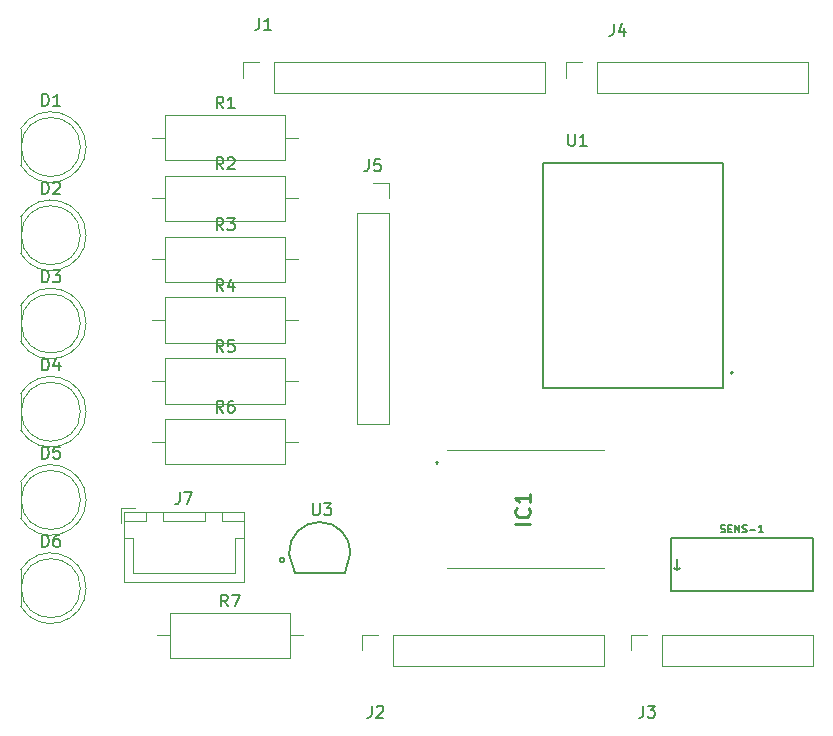
<source format=gbr>
%TF.GenerationSoftware,KiCad,Pcbnew,8.0.8*%
%TF.CreationDate,2025-03-13T01:40:52-06:00*%
%TF.ProjectId,Ballon Project,42616c6c-6f6e-4205-9072-6f6a6563742e,rev?*%
%TF.SameCoordinates,Original*%
%TF.FileFunction,Legend,Top*%
%TF.FilePolarity,Positive*%
%FSLAX46Y46*%
G04 Gerber Fmt 4.6, Leading zero omitted, Abs format (unit mm)*
G04 Created by KiCad (PCBNEW 8.0.8) date 2025-03-13 01:40:52*
%MOMM*%
%LPD*%
G01*
G04 APERTURE LIST*
%ADD10C,0.150000*%
%ADD11C,0.254000*%
%ADD12C,0.120000*%
%ADD13C,0.200000*%
%ADD14C,0.100000*%
%ADD15C,0.127000*%
G04 APERTURE END LIST*
D10*
X136886666Y-55724819D02*
X136886666Y-56439104D01*
X136886666Y-56439104D02*
X136839047Y-56581961D01*
X136839047Y-56581961D02*
X136743809Y-56677200D01*
X136743809Y-56677200D02*
X136600952Y-56724819D01*
X136600952Y-56724819D02*
X136505714Y-56724819D01*
X137791428Y-56058152D02*
X137791428Y-56724819D01*
X137553333Y-55677200D02*
X137315238Y-56391485D01*
X137315238Y-56391485D02*
X137934285Y-56391485D01*
D11*
X129814318Y-98049762D02*
X128544318Y-98049762D01*
X129693365Y-96719285D02*
X129753842Y-96779761D01*
X129753842Y-96779761D02*
X129814318Y-96961190D01*
X129814318Y-96961190D02*
X129814318Y-97082142D01*
X129814318Y-97082142D02*
X129753842Y-97263571D01*
X129753842Y-97263571D02*
X129632889Y-97384523D01*
X129632889Y-97384523D02*
X129511937Y-97445000D01*
X129511937Y-97445000D02*
X129270032Y-97505476D01*
X129270032Y-97505476D02*
X129088603Y-97505476D01*
X129088603Y-97505476D02*
X128846699Y-97445000D01*
X128846699Y-97445000D02*
X128725746Y-97384523D01*
X128725746Y-97384523D02*
X128604794Y-97263571D01*
X128604794Y-97263571D02*
X128544318Y-97082142D01*
X128544318Y-97082142D02*
X128544318Y-96961190D01*
X128544318Y-96961190D02*
X128604794Y-96779761D01*
X128604794Y-96779761D02*
X128665270Y-96719285D01*
X129814318Y-95509761D02*
X129814318Y-96235476D01*
X129814318Y-95872619D02*
X128544318Y-95872619D01*
X128544318Y-95872619D02*
X128725746Y-95993571D01*
X128725746Y-95993571D02*
X128846699Y-96114523D01*
X128846699Y-96114523D02*
X128907175Y-96235476D01*
D10*
X103833333Y-62884819D02*
X103500000Y-62408628D01*
X103261905Y-62884819D02*
X103261905Y-61884819D01*
X103261905Y-61884819D02*
X103642857Y-61884819D01*
X103642857Y-61884819D02*
X103738095Y-61932438D01*
X103738095Y-61932438D02*
X103785714Y-61980057D01*
X103785714Y-61980057D02*
X103833333Y-62075295D01*
X103833333Y-62075295D02*
X103833333Y-62218152D01*
X103833333Y-62218152D02*
X103785714Y-62313390D01*
X103785714Y-62313390D02*
X103738095Y-62361009D01*
X103738095Y-62361009D02*
X103642857Y-62408628D01*
X103642857Y-62408628D02*
X103261905Y-62408628D01*
X104785714Y-62884819D02*
X104214286Y-62884819D01*
X104500000Y-62884819D02*
X104500000Y-61884819D01*
X104500000Y-61884819D02*
X104404762Y-62027676D01*
X104404762Y-62027676D02*
X104309524Y-62122914D01*
X104309524Y-62122914D02*
X104214286Y-62170533D01*
X88491905Y-85054819D02*
X88491905Y-84054819D01*
X88491905Y-84054819D02*
X88730000Y-84054819D01*
X88730000Y-84054819D02*
X88872857Y-84102438D01*
X88872857Y-84102438D02*
X88968095Y-84197676D01*
X88968095Y-84197676D02*
X89015714Y-84292914D01*
X89015714Y-84292914D02*
X89063333Y-84483390D01*
X89063333Y-84483390D02*
X89063333Y-84626247D01*
X89063333Y-84626247D02*
X89015714Y-84816723D01*
X89015714Y-84816723D02*
X88968095Y-84911961D01*
X88968095Y-84911961D02*
X88872857Y-85007200D01*
X88872857Y-85007200D02*
X88730000Y-85054819D01*
X88730000Y-85054819D02*
X88491905Y-85054819D01*
X89920476Y-84388152D02*
X89920476Y-85054819D01*
X89682381Y-84007200D02*
X89444286Y-84721485D01*
X89444286Y-84721485D02*
X90063333Y-84721485D01*
X103833333Y-88634819D02*
X103500000Y-88158628D01*
X103261905Y-88634819D02*
X103261905Y-87634819D01*
X103261905Y-87634819D02*
X103642857Y-87634819D01*
X103642857Y-87634819D02*
X103738095Y-87682438D01*
X103738095Y-87682438D02*
X103785714Y-87730057D01*
X103785714Y-87730057D02*
X103833333Y-87825295D01*
X103833333Y-87825295D02*
X103833333Y-87968152D01*
X103833333Y-87968152D02*
X103785714Y-88063390D01*
X103785714Y-88063390D02*
X103738095Y-88111009D01*
X103738095Y-88111009D02*
X103642857Y-88158628D01*
X103642857Y-88158628D02*
X103261905Y-88158628D01*
X104690476Y-87634819D02*
X104500000Y-87634819D01*
X104500000Y-87634819D02*
X104404762Y-87682438D01*
X104404762Y-87682438D02*
X104357143Y-87730057D01*
X104357143Y-87730057D02*
X104261905Y-87872914D01*
X104261905Y-87872914D02*
X104214286Y-88063390D01*
X104214286Y-88063390D02*
X104214286Y-88444342D01*
X104214286Y-88444342D02*
X104261905Y-88539580D01*
X104261905Y-88539580D02*
X104309524Y-88587200D01*
X104309524Y-88587200D02*
X104404762Y-88634819D01*
X104404762Y-88634819D02*
X104595238Y-88634819D01*
X104595238Y-88634819D02*
X104690476Y-88587200D01*
X104690476Y-88587200D02*
X104738095Y-88539580D01*
X104738095Y-88539580D02*
X104785714Y-88444342D01*
X104785714Y-88444342D02*
X104785714Y-88206247D01*
X104785714Y-88206247D02*
X104738095Y-88111009D01*
X104738095Y-88111009D02*
X104690476Y-88063390D01*
X104690476Y-88063390D02*
X104595238Y-88015771D01*
X104595238Y-88015771D02*
X104404762Y-88015771D01*
X104404762Y-88015771D02*
X104309524Y-88063390D01*
X104309524Y-88063390D02*
X104261905Y-88111009D01*
X104261905Y-88111009D02*
X104214286Y-88206247D01*
X103833333Y-73184819D02*
X103500000Y-72708628D01*
X103261905Y-73184819D02*
X103261905Y-72184819D01*
X103261905Y-72184819D02*
X103642857Y-72184819D01*
X103642857Y-72184819D02*
X103738095Y-72232438D01*
X103738095Y-72232438D02*
X103785714Y-72280057D01*
X103785714Y-72280057D02*
X103833333Y-72375295D01*
X103833333Y-72375295D02*
X103833333Y-72518152D01*
X103833333Y-72518152D02*
X103785714Y-72613390D01*
X103785714Y-72613390D02*
X103738095Y-72661009D01*
X103738095Y-72661009D02*
X103642857Y-72708628D01*
X103642857Y-72708628D02*
X103261905Y-72708628D01*
X104166667Y-72184819D02*
X104785714Y-72184819D01*
X104785714Y-72184819D02*
X104452381Y-72565771D01*
X104452381Y-72565771D02*
X104595238Y-72565771D01*
X104595238Y-72565771D02*
X104690476Y-72613390D01*
X104690476Y-72613390D02*
X104738095Y-72661009D01*
X104738095Y-72661009D02*
X104785714Y-72756247D01*
X104785714Y-72756247D02*
X104785714Y-72994342D01*
X104785714Y-72994342D02*
X104738095Y-73089580D01*
X104738095Y-73089580D02*
X104690476Y-73137200D01*
X104690476Y-73137200D02*
X104595238Y-73184819D01*
X104595238Y-73184819D02*
X104309524Y-73184819D01*
X104309524Y-73184819D02*
X104214286Y-73137200D01*
X104214286Y-73137200D02*
X104166667Y-73089580D01*
X133043095Y-65044819D02*
X133043095Y-65854342D01*
X133043095Y-65854342D02*
X133090714Y-65949580D01*
X133090714Y-65949580D02*
X133138333Y-65997200D01*
X133138333Y-65997200D02*
X133233571Y-66044819D01*
X133233571Y-66044819D02*
X133424047Y-66044819D01*
X133424047Y-66044819D02*
X133519285Y-65997200D01*
X133519285Y-65997200D02*
X133566904Y-65949580D01*
X133566904Y-65949580D02*
X133614523Y-65854342D01*
X133614523Y-65854342D02*
X133614523Y-65044819D01*
X134614523Y-66044819D02*
X134043095Y-66044819D01*
X134328809Y-66044819D02*
X134328809Y-65044819D01*
X134328809Y-65044819D02*
X134233571Y-65187676D01*
X134233571Y-65187676D02*
X134138333Y-65282914D01*
X134138333Y-65282914D02*
X134043095Y-65330533D01*
X103833333Y-83484819D02*
X103500000Y-83008628D01*
X103261905Y-83484819D02*
X103261905Y-82484819D01*
X103261905Y-82484819D02*
X103642857Y-82484819D01*
X103642857Y-82484819D02*
X103738095Y-82532438D01*
X103738095Y-82532438D02*
X103785714Y-82580057D01*
X103785714Y-82580057D02*
X103833333Y-82675295D01*
X103833333Y-82675295D02*
X103833333Y-82818152D01*
X103833333Y-82818152D02*
X103785714Y-82913390D01*
X103785714Y-82913390D02*
X103738095Y-82961009D01*
X103738095Y-82961009D02*
X103642857Y-83008628D01*
X103642857Y-83008628D02*
X103261905Y-83008628D01*
X104738095Y-82484819D02*
X104261905Y-82484819D01*
X104261905Y-82484819D02*
X104214286Y-82961009D01*
X104214286Y-82961009D02*
X104261905Y-82913390D01*
X104261905Y-82913390D02*
X104357143Y-82865771D01*
X104357143Y-82865771D02*
X104595238Y-82865771D01*
X104595238Y-82865771D02*
X104690476Y-82913390D01*
X104690476Y-82913390D02*
X104738095Y-82961009D01*
X104738095Y-82961009D02*
X104785714Y-83056247D01*
X104785714Y-83056247D02*
X104785714Y-83294342D01*
X104785714Y-83294342D02*
X104738095Y-83389580D01*
X104738095Y-83389580D02*
X104690476Y-83437200D01*
X104690476Y-83437200D02*
X104595238Y-83484819D01*
X104595238Y-83484819D02*
X104357143Y-83484819D01*
X104357143Y-83484819D02*
X104261905Y-83437200D01*
X104261905Y-83437200D02*
X104214286Y-83389580D01*
X106886666Y-55224819D02*
X106886666Y-55939104D01*
X106886666Y-55939104D02*
X106839047Y-56081961D01*
X106839047Y-56081961D02*
X106743809Y-56177200D01*
X106743809Y-56177200D02*
X106600952Y-56224819D01*
X106600952Y-56224819D02*
X106505714Y-56224819D01*
X107886666Y-56224819D02*
X107315238Y-56224819D01*
X107600952Y-56224819D02*
X107600952Y-55224819D01*
X107600952Y-55224819D02*
X107505714Y-55367676D01*
X107505714Y-55367676D02*
X107410476Y-55462914D01*
X107410476Y-55462914D02*
X107315238Y-55510533D01*
X103833333Y-78334819D02*
X103500000Y-77858628D01*
X103261905Y-78334819D02*
X103261905Y-77334819D01*
X103261905Y-77334819D02*
X103642857Y-77334819D01*
X103642857Y-77334819D02*
X103738095Y-77382438D01*
X103738095Y-77382438D02*
X103785714Y-77430057D01*
X103785714Y-77430057D02*
X103833333Y-77525295D01*
X103833333Y-77525295D02*
X103833333Y-77668152D01*
X103833333Y-77668152D02*
X103785714Y-77763390D01*
X103785714Y-77763390D02*
X103738095Y-77811009D01*
X103738095Y-77811009D02*
X103642857Y-77858628D01*
X103642857Y-77858628D02*
X103261905Y-77858628D01*
X104690476Y-77668152D02*
X104690476Y-78334819D01*
X104452381Y-77287200D02*
X104214286Y-78001485D01*
X104214286Y-78001485D02*
X104833333Y-78001485D01*
X116166666Y-67184819D02*
X116166666Y-67899104D01*
X116166666Y-67899104D02*
X116119047Y-68041961D01*
X116119047Y-68041961D02*
X116023809Y-68137200D01*
X116023809Y-68137200D02*
X115880952Y-68184819D01*
X115880952Y-68184819D02*
X115785714Y-68184819D01*
X117119047Y-67184819D02*
X116642857Y-67184819D01*
X116642857Y-67184819D02*
X116595238Y-67661009D01*
X116595238Y-67661009D02*
X116642857Y-67613390D01*
X116642857Y-67613390D02*
X116738095Y-67565771D01*
X116738095Y-67565771D02*
X116976190Y-67565771D01*
X116976190Y-67565771D02*
X117071428Y-67613390D01*
X117071428Y-67613390D02*
X117119047Y-67661009D01*
X117119047Y-67661009D02*
X117166666Y-67756247D01*
X117166666Y-67756247D02*
X117166666Y-67994342D01*
X117166666Y-67994342D02*
X117119047Y-68089580D01*
X117119047Y-68089580D02*
X117071428Y-68137200D01*
X117071428Y-68137200D02*
X116976190Y-68184819D01*
X116976190Y-68184819D02*
X116738095Y-68184819D01*
X116738095Y-68184819D02*
X116642857Y-68137200D01*
X116642857Y-68137200D02*
X116595238Y-68089580D01*
X88491905Y-99994819D02*
X88491905Y-98994819D01*
X88491905Y-98994819D02*
X88730000Y-98994819D01*
X88730000Y-98994819D02*
X88872857Y-99042438D01*
X88872857Y-99042438D02*
X88968095Y-99137676D01*
X88968095Y-99137676D02*
X89015714Y-99232914D01*
X89015714Y-99232914D02*
X89063333Y-99423390D01*
X89063333Y-99423390D02*
X89063333Y-99566247D01*
X89063333Y-99566247D02*
X89015714Y-99756723D01*
X89015714Y-99756723D02*
X88968095Y-99851961D01*
X88968095Y-99851961D02*
X88872857Y-99947200D01*
X88872857Y-99947200D02*
X88730000Y-99994819D01*
X88730000Y-99994819D02*
X88491905Y-99994819D01*
X89920476Y-98994819D02*
X89730000Y-98994819D01*
X89730000Y-98994819D02*
X89634762Y-99042438D01*
X89634762Y-99042438D02*
X89587143Y-99090057D01*
X89587143Y-99090057D02*
X89491905Y-99232914D01*
X89491905Y-99232914D02*
X89444286Y-99423390D01*
X89444286Y-99423390D02*
X89444286Y-99804342D01*
X89444286Y-99804342D02*
X89491905Y-99899580D01*
X89491905Y-99899580D02*
X89539524Y-99947200D01*
X89539524Y-99947200D02*
X89634762Y-99994819D01*
X89634762Y-99994819D02*
X89825238Y-99994819D01*
X89825238Y-99994819D02*
X89920476Y-99947200D01*
X89920476Y-99947200D02*
X89968095Y-99899580D01*
X89968095Y-99899580D02*
X90015714Y-99804342D01*
X90015714Y-99804342D02*
X90015714Y-99566247D01*
X90015714Y-99566247D02*
X89968095Y-99471009D01*
X89968095Y-99471009D02*
X89920476Y-99423390D01*
X89920476Y-99423390D02*
X89825238Y-99375771D01*
X89825238Y-99375771D02*
X89634762Y-99375771D01*
X89634762Y-99375771D02*
X89539524Y-99423390D01*
X89539524Y-99423390D02*
X89491905Y-99471009D01*
X89491905Y-99471009D02*
X89444286Y-99566247D01*
X88491905Y-92524819D02*
X88491905Y-91524819D01*
X88491905Y-91524819D02*
X88730000Y-91524819D01*
X88730000Y-91524819D02*
X88872857Y-91572438D01*
X88872857Y-91572438D02*
X88968095Y-91667676D01*
X88968095Y-91667676D02*
X89015714Y-91762914D01*
X89015714Y-91762914D02*
X89063333Y-91953390D01*
X89063333Y-91953390D02*
X89063333Y-92096247D01*
X89063333Y-92096247D02*
X89015714Y-92286723D01*
X89015714Y-92286723D02*
X88968095Y-92381961D01*
X88968095Y-92381961D02*
X88872857Y-92477200D01*
X88872857Y-92477200D02*
X88730000Y-92524819D01*
X88730000Y-92524819D02*
X88491905Y-92524819D01*
X89968095Y-91524819D02*
X89491905Y-91524819D01*
X89491905Y-91524819D02*
X89444286Y-92001009D01*
X89444286Y-92001009D02*
X89491905Y-91953390D01*
X89491905Y-91953390D02*
X89587143Y-91905771D01*
X89587143Y-91905771D02*
X89825238Y-91905771D01*
X89825238Y-91905771D02*
X89920476Y-91953390D01*
X89920476Y-91953390D02*
X89968095Y-92001009D01*
X89968095Y-92001009D02*
X90015714Y-92096247D01*
X90015714Y-92096247D02*
X90015714Y-92334342D01*
X90015714Y-92334342D02*
X89968095Y-92429580D01*
X89968095Y-92429580D02*
X89920476Y-92477200D01*
X89920476Y-92477200D02*
X89825238Y-92524819D01*
X89825238Y-92524819D02*
X89587143Y-92524819D01*
X89587143Y-92524819D02*
X89491905Y-92477200D01*
X89491905Y-92477200D02*
X89444286Y-92429580D01*
X139386666Y-113454819D02*
X139386666Y-114169104D01*
X139386666Y-114169104D02*
X139339047Y-114311961D01*
X139339047Y-114311961D02*
X139243809Y-114407200D01*
X139243809Y-114407200D02*
X139100952Y-114454819D01*
X139100952Y-114454819D02*
X139005714Y-114454819D01*
X139767619Y-113454819D02*
X140386666Y-113454819D01*
X140386666Y-113454819D02*
X140053333Y-113835771D01*
X140053333Y-113835771D02*
X140196190Y-113835771D01*
X140196190Y-113835771D02*
X140291428Y-113883390D01*
X140291428Y-113883390D02*
X140339047Y-113931009D01*
X140339047Y-113931009D02*
X140386666Y-114026247D01*
X140386666Y-114026247D02*
X140386666Y-114264342D01*
X140386666Y-114264342D02*
X140339047Y-114359580D01*
X140339047Y-114359580D02*
X140291428Y-114407200D01*
X140291428Y-114407200D02*
X140196190Y-114454819D01*
X140196190Y-114454819D02*
X139910476Y-114454819D01*
X139910476Y-114454819D02*
X139815238Y-114407200D01*
X139815238Y-114407200D02*
X139767619Y-114359580D01*
X116386666Y-113454819D02*
X116386666Y-114169104D01*
X116386666Y-114169104D02*
X116339047Y-114311961D01*
X116339047Y-114311961D02*
X116243809Y-114407200D01*
X116243809Y-114407200D02*
X116100952Y-114454819D01*
X116100952Y-114454819D02*
X116005714Y-114454819D01*
X116815238Y-113550057D02*
X116862857Y-113502438D01*
X116862857Y-113502438D02*
X116958095Y-113454819D01*
X116958095Y-113454819D02*
X117196190Y-113454819D01*
X117196190Y-113454819D02*
X117291428Y-113502438D01*
X117291428Y-113502438D02*
X117339047Y-113550057D01*
X117339047Y-113550057D02*
X117386666Y-113645295D01*
X117386666Y-113645295D02*
X117386666Y-113740533D01*
X117386666Y-113740533D02*
X117339047Y-113883390D01*
X117339047Y-113883390D02*
X116767619Y-114454819D01*
X116767619Y-114454819D02*
X117386666Y-114454819D01*
X145945223Y-98753618D02*
X146035212Y-98783614D01*
X146035212Y-98783614D02*
X146185193Y-98783614D01*
X146185193Y-98783614D02*
X146245186Y-98753618D01*
X146245186Y-98753618D02*
X146275182Y-98723621D01*
X146275182Y-98723621D02*
X146305178Y-98663629D01*
X146305178Y-98663629D02*
X146305178Y-98603636D01*
X146305178Y-98603636D02*
X146275182Y-98543644D01*
X146275182Y-98543644D02*
X146245186Y-98513648D01*
X146245186Y-98513648D02*
X146185193Y-98483651D01*
X146185193Y-98483651D02*
X146065208Y-98453655D01*
X146065208Y-98453655D02*
X146005216Y-98423659D01*
X146005216Y-98423659D02*
X145975220Y-98393663D01*
X145975220Y-98393663D02*
X145945223Y-98333670D01*
X145945223Y-98333670D02*
X145945223Y-98273678D01*
X145945223Y-98273678D02*
X145975220Y-98213685D01*
X145975220Y-98213685D02*
X146005216Y-98183689D01*
X146005216Y-98183689D02*
X146065208Y-98153693D01*
X146065208Y-98153693D02*
X146215190Y-98153693D01*
X146215190Y-98153693D02*
X146305178Y-98183689D01*
X146575145Y-98453655D02*
X146785118Y-98453655D01*
X146875107Y-98783614D02*
X146575145Y-98783614D01*
X146575145Y-98783614D02*
X146575145Y-98153693D01*
X146575145Y-98153693D02*
X146875107Y-98153693D01*
X147145074Y-98783614D02*
X147145074Y-98153693D01*
X147145074Y-98153693D02*
X147505029Y-98783614D01*
X147505029Y-98783614D02*
X147505029Y-98153693D01*
X147774994Y-98753618D02*
X147864983Y-98783614D01*
X147864983Y-98783614D02*
X148014964Y-98783614D01*
X148014964Y-98783614D02*
X148074957Y-98753618D01*
X148074957Y-98753618D02*
X148104953Y-98723621D01*
X148104953Y-98723621D02*
X148134949Y-98663629D01*
X148134949Y-98663629D02*
X148134949Y-98603636D01*
X148134949Y-98603636D02*
X148104953Y-98543644D01*
X148104953Y-98543644D02*
X148074957Y-98513648D01*
X148074957Y-98513648D02*
X148014964Y-98483651D01*
X148014964Y-98483651D02*
X147894979Y-98453655D01*
X147894979Y-98453655D02*
X147834987Y-98423659D01*
X147834987Y-98423659D02*
X147804991Y-98393663D01*
X147804991Y-98393663D02*
X147774994Y-98333670D01*
X147774994Y-98333670D02*
X147774994Y-98273678D01*
X147774994Y-98273678D02*
X147804991Y-98213685D01*
X147804991Y-98213685D02*
X147834987Y-98183689D01*
X147834987Y-98183689D02*
X147894979Y-98153693D01*
X147894979Y-98153693D02*
X148044961Y-98153693D01*
X148044961Y-98153693D02*
X148134949Y-98183689D01*
X148404916Y-98543644D02*
X148884856Y-98543644D01*
X149514776Y-98783614D02*
X149154821Y-98783614D01*
X149334799Y-98783614D02*
X149334799Y-98153693D01*
X149334799Y-98153693D02*
X149274806Y-98243681D01*
X149274806Y-98243681D02*
X149214814Y-98303674D01*
X149214814Y-98303674D02*
X149154821Y-98333670D01*
X104213333Y-105034819D02*
X103880000Y-104558628D01*
X103641905Y-105034819D02*
X103641905Y-104034819D01*
X103641905Y-104034819D02*
X104022857Y-104034819D01*
X104022857Y-104034819D02*
X104118095Y-104082438D01*
X104118095Y-104082438D02*
X104165714Y-104130057D01*
X104165714Y-104130057D02*
X104213333Y-104225295D01*
X104213333Y-104225295D02*
X104213333Y-104368152D01*
X104213333Y-104368152D02*
X104165714Y-104463390D01*
X104165714Y-104463390D02*
X104118095Y-104511009D01*
X104118095Y-104511009D02*
X104022857Y-104558628D01*
X104022857Y-104558628D02*
X103641905Y-104558628D01*
X104546667Y-104034819D02*
X105213333Y-104034819D01*
X105213333Y-104034819D02*
X104784762Y-105034819D01*
X88491905Y-70114819D02*
X88491905Y-69114819D01*
X88491905Y-69114819D02*
X88730000Y-69114819D01*
X88730000Y-69114819D02*
X88872857Y-69162438D01*
X88872857Y-69162438D02*
X88968095Y-69257676D01*
X88968095Y-69257676D02*
X89015714Y-69352914D01*
X89015714Y-69352914D02*
X89063333Y-69543390D01*
X89063333Y-69543390D02*
X89063333Y-69686247D01*
X89063333Y-69686247D02*
X89015714Y-69876723D01*
X89015714Y-69876723D02*
X88968095Y-69971961D01*
X88968095Y-69971961D02*
X88872857Y-70067200D01*
X88872857Y-70067200D02*
X88730000Y-70114819D01*
X88730000Y-70114819D02*
X88491905Y-70114819D01*
X89444286Y-69210057D02*
X89491905Y-69162438D01*
X89491905Y-69162438D02*
X89587143Y-69114819D01*
X89587143Y-69114819D02*
X89825238Y-69114819D01*
X89825238Y-69114819D02*
X89920476Y-69162438D01*
X89920476Y-69162438D02*
X89968095Y-69210057D01*
X89968095Y-69210057D02*
X90015714Y-69305295D01*
X90015714Y-69305295D02*
X90015714Y-69400533D01*
X90015714Y-69400533D02*
X89968095Y-69543390D01*
X89968095Y-69543390D02*
X89396667Y-70114819D01*
X89396667Y-70114819D02*
X90015714Y-70114819D01*
X88491905Y-62644819D02*
X88491905Y-61644819D01*
X88491905Y-61644819D02*
X88730000Y-61644819D01*
X88730000Y-61644819D02*
X88872857Y-61692438D01*
X88872857Y-61692438D02*
X88968095Y-61787676D01*
X88968095Y-61787676D02*
X89015714Y-61882914D01*
X89015714Y-61882914D02*
X89063333Y-62073390D01*
X89063333Y-62073390D02*
X89063333Y-62216247D01*
X89063333Y-62216247D02*
X89015714Y-62406723D01*
X89015714Y-62406723D02*
X88968095Y-62501961D01*
X88968095Y-62501961D02*
X88872857Y-62597200D01*
X88872857Y-62597200D02*
X88730000Y-62644819D01*
X88730000Y-62644819D02*
X88491905Y-62644819D01*
X90015714Y-62644819D02*
X89444286Y-62644819D01*
X89730000Y-62644819D02*
X89730000Y-61644819D01*
X89730000Y-61644819D02*
X89634762Y-61787676D01*
X89634762Y-61787676D02*
X89539524Y-61882914D01*
X89539524Y-61882914D02*
X89444286Y-61930533D01*
X103833333Y-68034819D02*
X103500000Y-67558628D01*
X103261905Y-68034819D02*
X103261905Y-67034819D01*
X103261905Y-67034819D02*
X103642857Y-67034819D01*
X103642857Y-67034819D02*
X103738095Y-67082438D01*
X103738095Y-67082438D02*
X103785714Y-67130057D01*
X103785714Y-67130057D02*
X103833333Y-67225295D01*
X103833333Y-67225295D02*
X103833333Y-67368152D01*
X103833333Y-67368152D02*
X103785714Y-67463390D01*
X103785714Y-67463390D02*
X103738095Y-67511009D01*
X103738095Y-67511009D02*
X103642857Y-67558628D01*
X103642857Y-67558628D02*
X103261905Y-67558628D01*
X104214286Y-67130057D02*
X104261905Y-67082438D01*
X104261905Y-67082438D02*
X104357143Y-67034819D01*
X104357143Y-67034819D02*
X104595238Y-67034819D01*
X104595238Y-67034819D02*
X104690476Y-67082438D01*
X104690476Y-67082438D02*
X104738095Y-67130057D01*
X104738095Y-67130057D02*
X104785714Y-67225295D01*
X104785714Y-67225295D02*
X104785714Y-67320533D01*
X104785714Y-67320533D02*
X104738095Y-67463390D01*
X104738095Y-67463390D02*
X104166667Y-68034819D01*
X104166667Y-68034819D02*
X104785714Y-68034819D01*
X111411972Y-96312786D02*
X111411972Y-97123858D01*
X111411972Y-97123858D02*
X111459682Y-97219278D01*
X111459682Y-97219278D02*
X111507393Y-97266989D01*
X111507393Y-97266989D02*
X111602813Y-97314699D01*
X111602813Y-97314699D02*
X111793653Y-97314699D01*
X111793653Y-97314699D02*
X111889074Y-97266989D01*
X111889074Y-97266989D02*
X111936784Y-97219278D01*
X111936784Y-97219278D02*
X111984494Y-97123858D01*
X111984494Y-97123858D02*
X111984494Y-96312786D01*
X112366175Y-96312786D02*
X112986407Y-96312786D01*
X112986407Y-96312786D02*
X112652436Y-96694467D01*
X112652436Y-96694467D02*
X112795566Y-96694467D01*
X112795566Y-96694467D02*
X112890987Y-96742177D01*
X112890987Y-96742177D02*
X112938697Y-96789887D01*
X112938697Y-96789887D02*
X112986407Y-96885307D01*
X112986407Y-96885307D02*
X112986407Y-97123858D01*
X112986407Y-97123858D02*
X112938697Y-97219278D01*
X112938697Y-97219278D02*
X112890987Y-97266989D01*
X112890987Y-97266989D02*
X112795566Y-97314699D01*
X112795566Y-97314699D02*
X112509305Y-97314699D01*
X112509305Y-97314699D02*
X112413885Y-97266989D01*
X112413885Y-97266989D02*
X112366175Y-97219278D01*
X88491905Y-77584819D02*
X88491905Y-76584819D01*
X88491905Y-76584819D02*
X88730000Y-76584819D01*
X88730000Y-76584819D02*
X88872857Y-76632438D01*
X88872857Y-76632438D02*
X88968095Y-76727676D01*
X88968095Y-76727676D02*
X89015714Y-76822914D01*
X89015714Y-76822914D02*
X89063333Y-77013390D01*
X89063333Y-77013390D02*
X89063333Y-77156247D01*
X89063333Y-77156247D02*
X89015714Y-77346723D01*
X89015714Y-77346723D02*
X88968095Y-77441961D01*
X88968095Y-77441961D02*
X88872857Y-77537200D01*
X88872857Y-77537200D02*
X88730000Y-77584819D01*
X88730000Y-77584819D02*
X88491905Y-77584819D01*
X89396667Y-76584819D02*
X90015714Y-76584819D01*
X90015714Y-76584819D02*
X89682381Y-76965771D01*
X89682381Y-76965771D02*
X89825238Y-76965771D01*
X89825238Y-76965771D02*
X89920476Y-77013390D01*
X89920476Y-77013390D02*
X89968095Y-77061009D01*
X89968095Y-77061009D02*
X90015714Y-77156247D01*
X90015714Y-77156247D02*
X90015714Y-77394342D01*
X90015714Y-77394342D02*
X89968095Y-77489580D01*
X89968095Y-77489580D02*
X89920476Y-77537200D01*
X89920476Y-77537200D02*
X89825238Y-77584819D01*
X89825238Y-77584819D02*
X89539524Y-77584819D01*
X89539524Y-77584819D02*
X89444286Y-77537200D01*
X89444286Y-77537200D02*
X89396667Y-77489580D01*
X100166666Y-95379819D02*
X100166666Y-96094104D01*
X100166666Y-96094104D02*
X100119047Y-96236961D01*
X100119047Y-96236961D02*
X100023809Y-96332200D01*
X100023809Y-96332200D02*
X99880952Y-96379819D01*
X99880952Y-96379819D02*
X99785714Y-96379819D01*
X100547619Y-95379819D02*
X101214285Y-95379819D01*
X101214285Y-95379819D02*
X100785714Y-96379819D01*
D12*
%TO.C,J4*%
X132890000Y-58940000D02*
X134220000Y-58940000D01*
X132890000Y-60270000D02*
X132890000Y-58940000D01*
X135490000Y-58940000D02*
X153330000Y-58940000D01*
X135490000Y-61600000D02*
X135490000Y-58940000D01*
X135490000Y-61600000D02*
X153330000Y-61600000D01*
X153330000Y-61600000D02*
X153330000Y-58940000D01*
D13*
%TO.C,IC1*%
X121920000Y-92750000D02*
X121920000Y-92750000D01*
X121920000Y-92950000D02*
X121920000Y-92950000D01*
D14*
X122810000Y-91810000D02*
X136110000Y-91810000D01*
X136110000Y-101810000D02*
X122810000Y-101810000D01*
D13*
X121920000Y-92750000D02*
G75*
G02*
X121920000Y-92950000I0J-100000D01*
G01*
X121920000Y-92950000D02*
G75*
G02*
X121920000Y-92750000I0J100000D01*
G01*
D12*
%TO.C,R1*%
X97820000Y-65350000D02*
X98930000Y-65350000D01*
X98930000Y-63430000D02*
X98930000Y-67270000D01*
X98930000Y-67270000D02*
X109070000Y-67270000D01*
X109070000Y-63430000D02*
X98930000Y-63430000D01*
X109070000Y-67270000D02*
X109070000Y-63430000D01*
X110180000Y-65350000D02*
X109070000Y-65350000D01*
%TO.C,D4*%
X86670000Y-87015000D02*
X86670000Y-90105000D01*
X86670000Y-87015170D02*
G75*
G02*
X92220000Y-88559952I2560000J-1544830D01*
G01*
X92220000Y-88560048D02*
G75*
G02*
X86670000Y-90104830I-2990000J48D01*
G01*
X91730000Y-88560000D02*
G75*
G02*
X86730000Y-88560000I-2500000J0D01*
G01*
X86730000Y-88560000D02*
G75*
G02*
X91730000Y-88560000I2500000J0D01*
G01*
%TO.C,R6*%
X97820000Y-91100000D02*
X98930000Y-91100000D01*
X98930000Y-89180000D02*
X98930000Y-93020000D01*
X98930000Y-93020000D02*
X109070000Y-93020000D01*
X109070000Y-89180000D02*
X98930000Y-89180000D01*
X109070000Y-93020000D02*
X109070000Y-89180000D01*
X110180000Y-91100000D02*
X109070000Y-91100000D01*
%TO.C,R3*%
X97820000Y-75650000D02*
X98930000Y-75650000D01*
X98930000Y-73730000D02*
X98930000Y-77570000D01*
X98930000Y-77570000D02*
X109070000Y-77570000D01*
X109070000Y-73730000D02*
X98930000Y-73730000D01*
X109070000Y-77570000D02*
X109070000Y-73730000D01*
X110180000Y-75650000D02*
X109070000Y-75650000D01*
D15*
%TO.C,U1*%
X130880000Y-67475000D02*
X146120000Y-67475000D01*
X130880000Y-86525000D02*
X130880000Y-67475000D01*
X146120000Y-67475000D02*
X146120000Y-86525000D01*
X146120000Y-86525000D02*
X130880000Y-86525000D01*
D13*
X146970000Y-85255000D02*
G75*
G02*
X146770000Y-85255000I-100000J0D01*
G01*
X146770000Y-85255000D02*
G75*
G02*
X146970000Y-85255000I100000J0D01*
G01*
D12*
%TO.C,R5*%
X97820000Y-85950000D02*
X98930000Y-85950000D01*
X98930000Y-84030000D02*
X98930000Y-87870000D01*
X98930000Y-87870000D02*
X109070000Y-87870000D01*
X109070000Y-84030000D02*
X98930000Y-84030000D01*
X109070000Y-87870000D02*
X109070000Y-84030000D01*
X110180000Y-85950000D02*
X109070000Y-85950000D01*
%TO.C,J1*%
X105530000Y-58940000D02*
X106860000Y-58940000D01*
X105530000Y-60270000D02*
X105530000Y-58940000D01*
X108130000Y-58940000D02*
X131050000Y-58940000D01*
X108130000Y-61600000D02*
X108130000Y-58940000D01*
X108130000Y-61600000D02*
X131050000Y-61600000D01*
X131050000Y-61600000D02*
X131050000Y-58940000D01*
%TO.C,R4*%
X97820000Y-80800000D02*
X98930000Y-80800000D01*
X98930000Y-78880000D02*
X98930000Y-82720000D01*
X98930000Y-82720000D02*
X109070000Y-82720000D01*
X109070000Y-78880000D02*
X98930000Y-78880000D01*
X109070000Y-82720000D02*
X109070000Y-78880000D01*
X110180000Y-80800000D02*
X109070000Y-80800000D01*
%TO.C,J5*%
X115170000Y-71770000D02*
X115170000Y-89610000D01*
X115170000Y-71770000D02*
X117830000Y-71770000D01*
X115170000Y-89610000D02*
X117830000Y-89610000D01*
X116500000Y-69170000D02*
X117830000Y-69170000D01*
X117830000Y-69170000D02*
X117830000Y-70500000D01*
X117830000Y-71770000D02*
X117830000Y-89610000D01*
%TO.C,D6*%
X86670000Y-101955000D02*
X86670000Y-105045000D01*
X86670000Y-101955170D02*
G75*
G02*
X92220000Y-103499952I2560000J-1544830D01*
G01*
X92220000Y-103500048D02*
G75*
G02*
X86670000Y-105044830I-2990000J48D01*
G01*
X91730000Y-103500000D02*
G75*
G02*
X86730000Y-103500000I-2500000J0D01*
G01*
X86730000Y-103500000D02*
G75*
G02*
X91730000Y-103500000I2500000J0D01*
G01*
%TO.C,D5*%
X86670000Y-94485000D02*
X86670000Y-97575000D01*
X86670000Y-94485170D02*
G75*
G02*
X92220000Y-96029952I2560000J-1544830D01*
G01*
X92220000Y-96030048D02*
G75*
G02*
X86670000Y-97574830I-2990000J48D01*
G01*
X91730000Y-96030000D02*
G75*
G02*
X86730000Y-96030000I-2500000J0D01*
G01*
X86730000Y-96030000D02*
G75*
G02*
X91730000Y-96030000I2500000J0D01*
G01*
%TO.C,J3*%
X138390000Y-107440000D02*
X139720000Y-107440000D01*
X138390000Y-108770000D02*
X138390000Y-107440000D01*
X140990000Y-107440000D02*
X153750000Y-107440000D01*
X140990000Y-110100000D02*
X140990000Y-107440000D01*
X140990000Y-110100000D02*
X153750000Y-110100000D01*
X153750000Y-110100000D02*
X153750000Y-107440000D01*
%TO.C,J2*%
X115610000Y-107440000D02*
X116940000Y-107440000D01*
X115610000Y-108770000D02*
X115610000Y-107440000D01*
X118210000Y-107440000D02*
X136050000Y-107440000D01*
X118210000Y-110100000D02*
X118210000Y-107440000D01*
X118210000Y-110100000D02*
X136050000Y-110100000D01*
X136050000Y-110100000D02*
X136050000Y-107440000D01*
D15*
%TO.C,SENS-1*%
X141730000Y-99250000D02*
X153730000Y-99250000D01*
X141730000Y-103750000D02*
X141730000Y-99250000D01*
X141980000Y-101750000D02*
X142230000Y-102000000D01*
X142230000Y-101000000D02*
X142230000Y-102000000D01*
X142230000Y-102000000D02*
X141980000Y-101750000D01*
X142230000Y-102000000D02*
X142480000Y-101750000D01*
X153730000Y-99250000D02*
X153730000Y-103750000D01*
X153730000Y-103750000D02*
X141730000Y-103750000D01*
D12*
%TO.C,R7*%
X98200000Y-107500000D02*
X99310000Y-107500000D01*
X99310000Y-105580000D02*
X99310000Y-109420000D01*
X99310000Y-109420000D02*
X109450000Y-109420000D01*
X109450000Y-105580000D02*
X99310000Y-105580000D01*
X109450000Y-109420000D02*
X109450000Y-105580000D01*
X110560000Y-107500000D02*
X109450000Y-107500000D01*
%TO.C,D2*%
X86670000Y-72075000D02*
X86670000Y-75165000D01*
X86670000Y-72075170D02*
G75*
G02*
X92220000Y-73619952I2560000J-1544830D01*
G01*
X92220000Y-73620048D02*
G75*
G02*
X86670000Y-75164830I-2990000J48D01*
G01*
X91730000Y-73620000D02*
G75*
G02*
X86730000Y-73620000I-2500000J0D01*
G01*
X86730000Y-73620000D02*
G75*
G02*
X91730000Y-73620000I2500000J0D01*
G01*
%TO.C,D1*%
X86670000Y-64605000D02*
X86670000Y-67695000D01*
X86670000Y-64605170D02*
G75*
G02*
X92220000Y-66149952I2560000J-1544830D01*
G01*
X92220000Y-66150048D02*
G75*
G02*
X86670000Y-67694830I-2990000J48D01*
G01*
X91730000Y-66150000D02*
G75*
G02*
X86730000Y-66150000I-2500000J0D01*
G01*
X86730000Y-66150000D02*
G75*
G02*
X91730000Y-66150000I2500000J0D01*
G01*
%TO.C,R2*%
X97820000Y-70500000D02*
X98930000Y-70500000D01*
X98930000Y-68580000D02*
X98930000Y-72420000D01*
X98930000Y-72420000D02*
X109070000Y-72420000D01*
X109070000Y-68580000D02*
X98930000Y-68580000D01*
X109070000Y-72420000D02*
X109070000Y-68580000D01*
X110180000Y-70500000D02*
X109070000Y-70500000D01*
D15*
%TO.C,U3*%
X109400000Y-100600000D02*
X109900000Y-102200000D01*
X109900000Y-102200000D02*
X114100000Y-102200000D01*
X114100000Y-102200000D02*
X114600000Y-100600000D01*
X109400000Y-100538000D02*
G75*
G02*
X114600000Y-100538000I2600000J45383D01*
G01*
D13*
X109000000Y-101100000D02*
G75*
G02*
X108600000Y-101100000I-200000J0D01*
G01*
X108600000Y-101100000D02*
G75*
G02*
X109000000Y-101100000I200000J0D01*
G01*
D12*
%TO.C,D3*%
X86670000Y-79545000D02*
X86670000Y-82635000D01*
X86670000Y-79545170D02*
G75*
G02*
X92220000Y-81089952I2560000J-1544830D01*
G01*
X92220000Y-81090048D02*
G75*
G02*
X86670000Y-82634830I-2990000J48D01*
G01*
X91730000Y-81090000D02*
G75*
G02*
X86730000Y-81090000I-2500000J0D01*
G01*
X86730000Y-81090000D02*
G75*
G02*
X91730000Y-81090000I2500000J0D01*
G01*
%TO.C,J7*%
X95150000Y-96725000D02*
X95150000Y-97975000D01*
X95440000Y-97015000D02*
X95440000Y-102985000D01*
X95440000Y-102985000D02*
X105560000Y-102985000D01*
X95450000Y-97025000D02*
X95450000Y-97775000D01*
X95450000Y-97775000D02*
X97250000Y-97775000D01*
X95450000Y-99275000D02*
X96200000Y-99275000D01*
X96200000Y-99275000D02*
X96200000Y-102225000D01*
X96200000Y-102225000D02*
X100500000Y-102225000D01*
X96400000Y-96725000D02*
X95150000Y-96725000D01*
X97250000Y-97025000D02*
X95450000Y-97025000D01*
X97250000Y-97775000D02*
X97250000Y-97025000D01*
X98750000Y-97025000D02*
X98750000Y-97775000D01*
X98750000Y-97775000D02*
X102250000Y-97775000D01*
X102250000Y-97025000D02*
X98750000Y-97025000D01*
X102250000Y-97775000D02*
X102250000Y-97025000D01*
X103750000Y-97025000D02*
X103750000Y-97775000D01*
X103750000Y-97775000D02*
X105550000Y-97775000D01*
X104800000Y-99275000D02*
X104800000Y-102225000D01*
X104800000Y-102225000D02*
X100500000Y-102225000D01*
X105550000Y-97025000D02*
X103750000Y-97025000D01*
X105550000Y-97775000D02*
X105550000Y-97025000D01*
X105550000Y-99275000D02*
X104800000Y-99275000D01*
X105560000Y-97015000D02*
X95440000Y-97015000D01*
X105560000Y-102985000D02*
X105560000Y-97015000D01*
%TD*%
M02*

</source>
